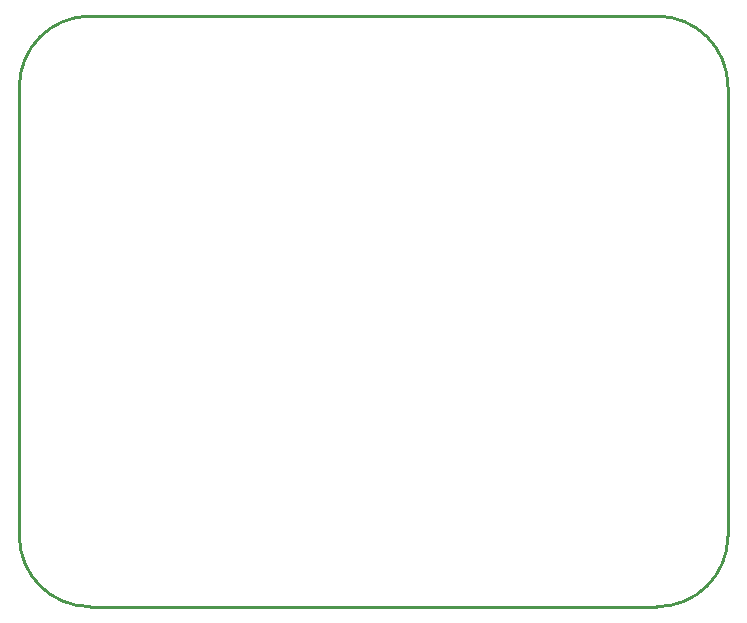
<source format=gko>
G04 Layer: BoardOutlineLayer*
G04 EasyEDA v6.5.51, 2025-10-09 17:29:58*
G04 3aecb5c1c59e44a699bdcf9830d4853d,e3b7720e4ff4443c8ba5aae6fccacac6,10*
G04 Gerber Generator version 0.2*
G04 Scale: 100 percent, Rotated: No, Reflected: No *
G04 Dimensions in millimeters *
G04 leading zeros omitted , absolute positions ,4 integer and 5 decimal *
%FSLAX45Y45*%
%MOMM*%

%ADD10C,0.2540*%
%ADD11C,0.0161*%
D10*
X0Y-4399991D02*
G01*
X0Y-599998D01*
X5399989Y-4999989D02*
G01*
X599998Y-4999989D01*
X5999988Y-599998D02*
G01*
X5999988Y-4399991D01*
X599998Y0D02*
G01*
X5399989Y0D01*
G75*
G01*
X5399989Y0D02*
G02*
X5999988Y-599999I0J-599999D01*
G75*
G01*
X5999988Y-4399991D02*
G02*
X5399989Y-4999990I-599999J0D01*
G75*
G01*
X599999Y-4999990D02*
G02*
X0Y-4399991I0J599999D01*
G75*
G01*
X0Y-599999D02*
G02*
X599999Y0I599999J0D01*

%LPD*%
M02*

</source>
